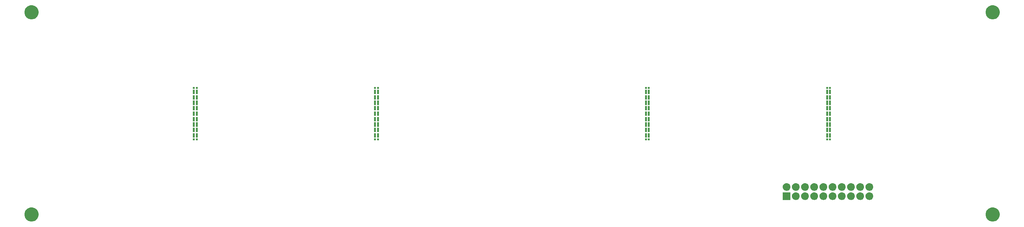
<source format=gbr>
%TF.GenerationSoftware,KiCad,Pcbnew,5.0.2-bee76a0~70~ubuntu18.04.1*%
%TF.CreationDate,2020-06-09T17:58:42+02:00*%
%TF.ProjectId,DemoNixie,44656d6f-4e69-4786-9965-2e6b69636164,rev?*%
%TF.SameCoordinates,Original*%
%TF.FileFunction,Soldermask,Bot*%
%TF.FilePolarity,Negative*%
%FSLAX46Y46*%
G04 Gerber Fmt 4.6, Leading zero omitted, Abs format (unit mm)*
G04 Created by KiCad (PCBNEW 5.0.2-bee76a0~70~ubuntu18.04.1) date mar. 09 juin 2020 17:58:42 CEST*
%MOMM*%
%LPD*%
G01*
G04 APERTURE LIST*
%ADD10C,0.020000*%
G04 APERTURE END LIST*
D10*
G36*
X370650883Y-137175975D02*
X370650885Y-137175976D01*
X370650886Y-137175976D01*
X371005945Y-137323046D01*
X371005946Y-137323047D01*
X371325493Y-137536561D01*
X371597239Y-137808307D01*
X371597241Y-137808310D01*
X371810754Y-138127855D01*
X371957824Y-138482914D01*
X372032800Y-138859843D01*
X372032800Y-139244157D01*
X371957824Y-139621086D01*
X371810754Y-139976145D01*
X371810753Y-139976146D01*
X371597239Y-140295693D01*
X371325493Y-140567439D01*
X371325490Y-140567441D01*
X371005945Y-140780954D01*
X370650886Y-140928024D01*
X370650885Y-140928024D01*
X370650883Y-140928025D01*
X370273958Y-141003000D01*
X369889642Y-141003000D01*
X369512717Y-140928025D01*
X369512715Y-140928024D01*
X369512714Y-140928024D01*
X369157655Y-140780954D01*
X368838110Y-140567441D01*
X368838107Y-140567439D01*
X368566361Y-140295693D01*
X368352847Y-139976146D01*
X368352846Y-139976145D01*
X368205776Y-139621086D01*
X368130800Y-139244157D01*
X368130800Y-138859843D01*
X368205776Y-138482914D01*
X368352846Y-138127855D01*
X368566359Y-137808310D01*
X368566361Y-137808307D01*
X368838107Y-137536561D01*
X369157654Y-137323047D01*
X369157655Y-137323046D01*
X369512714Y-137175976D01*
X369512715Y-137175976D01*
X369512717Y-137175975D01*
X369889642Y-137101000D01*
X370273958Y-137101000D01*
X370650883Y-137175975D01*
X370650883Y-137175975D01*
G37*
G36*
X105220883Y-137175975D02*
X105220885Y-137175976D01*
X105220886Y-137175976D01*
X105575945Y-137323046D01*
X105575946Y-137323047D01*
X105895493Y-137536561D01*
X106167239Y-137808307D01*
X106167241Y-137808310D01*
X106380754Y-138127855D01*
X106527824Y-138482914D01*
X106602800Y-138859843D01*
X106602800Y-139244157D01*
X106527824Y-139621086D01*
X106380754Y-139976145D01*
X106380753Y-139976146D01*
X106167239Y-140295693D01*
X105895493Y-140567439D01*
X105895490Y-140567441D01*
X105575945Y-140780954D01*
X105220886Y-140928024D01*
X105220885Y-140928024D01*
X105220883Y-140928025D01*
X104843958Y-141003000D01*
X104459642Y-141003000D01*
X104082717Y-140928025D01*
X104082715Y-140928024D01*
X104082714Y-140928024D01*
X103727655Y-140780954D01*
X103408110Y-140567441D01*
X103408107Y-140567439D01*
X103136361Y-140295693D01*
X102922847Y-139976146D01*
X102922846Y-139976145D01*
X102775776Y-139621086D01*
X102700800Y-139244157D01*
X102700800Y-138859843D01*
X102775776Y-138482914D01*
X102922846Y-138127855D01*
X103136359Y-137808310D01*
X103136361Y-137808307D01*
X103408107Y-137536561D01*
X103727654Y-137323047D01*
X103727655Y-137323046D01*
X104082714Y-137175976D01*
X104082715Y-137175976D01*
X104082717Y-137175975D01*
X104459642Y-137101000D01*
X104843958Y-137101000D01*
X105220883Y-137175975D01*
X105220883Y-137175975D01*
G37*
G36*
X323428310Y-132924041D02*
X323551832Y-132936207D01*
X323749946Y-132996305D01*
X323932529Y-133093897D01*
X324092565Y-133225235D01*
X324223903Y-133385271D01*
X324321495Y-133567854D01*
X324381593Y-133765968D01*
X324401885Y-133972000D01*
X324381593Y-134178032D01*
X324321495Y-134376146D01*
X324223903Y-134558729D01*
X324092565Y-134718765D01*
X323932529Y-134850103D01*
X323749946Y-134947695D01*
X323551832Y-135007793D01*
X323428310Y-135019959D01*
X323397431Y-135023000D01*
X323294169Y-135023000D01*
X323263290Y-135019959D01*
X323139768Y-135007793D01*
X322941654Y-134947695D01*
X322759071Y-134850103D01*
X322599035Y-134718765D01*
X322467697Y-134558729D01*
X322370105Y-134376146D01*
X322310007Y-134178032D01*
X322289715Y-133972000D01*
X322310007Y-133765968D01*
X322370105Y-133567854D01*
X322467697Y-133385271D01*
X322599035Y-133225235D01*
X322759071Y-133093897D01*
X322941654Y-132996305D01*
X323139768Y-132936207D01*
X323263290Y-132924041D01*
X323294169Y-132921000D01*
X323397431Y-132921000D01*
X323428310Y-132924041D01*
X323428310Y-132924041D01*
G37*
G36*
X333588310Y-132924041D02*
X333711832Y-132936207D01*
X333909946Y-132996305D01*
X334092529Y-133093897D01*
X334252565Y-133225235D01*
X334383903Y-133385271D01*
X334481495Y-133567854D01*
X334541593Y-133765968D01*
X334561885Y-133972000D01*
X334541593Y-134178032D01*
X334481495Y-134376146D01*
X334383903Y-134558729D01*
X334252565Y-134718765D01*
X334092529Y-134850103D01*
X333909946Y-134947695D01*
X333711832Y-135007793D01*
X333588310Y-135019959D01*
X333557431Y-135023000D01*
X333454169Y-135023000D01*
X333423290Y-135019959D01*
X333299768Y-135007793D01*
X333101654Y-134947695D01*
X332919071Y-134850103D01*
X332759035Y-134718765D01*
X332627697Y-134558729D01*
X332530105Y-134376146D01*
X332470007Y-134178032D01*
X332449715Y-133972000D01*
X332470007Y-133765968D01*
X332530105Y-133567854D01*
X332627697Y-133385271D01*
X332759035Y-133225235D01*
X332919071Y-133093897D01*
X333101654Y-132996305D01*
X333299768Y-132936207D01*
X333423290Y-132924041D01*
X333454169Y-132921000D01*
X333557431Y-132921000D01*
X333588310Y-132924041D01*
X333588310Y-132924041D01*
G37*
G36*
X328508310Y-132924041D02*
X328631832Y-132936207D01*
X328829946Y-132996305D01*
X329012529Y-133093897D01*
X329172565Y-133225235D01*
X329303903Y-133385271D01*
X329401495Y-133567854D01*
X329461593Y-133765968D01*
X329481885Y-133972000D01*
X329461593Y-134178032D01*
X329401495Y-134376146D01*
X329303903Y-134558729D01*
X329172565Y-134718765D01*
X329012529Y-134850103D01*
X328829946Y-134947695D01*
X328631832Y-135007793D01*
X328508310Y-135019959D01*
X328477431Y-135023000D01*
X328374169Y-135023000D01*
X328343290Y-135019959D01*
X328219768Y-135007793D01*
X328021654Y-134947695D01*
X327839071Y-134850103D01*
X327679035Y-134718765D01*
X327547697Y-134558729D01*
X327450105Y-134376146D01*
X327390007Y-134178032D01*
X327369715Y-133972000D01*
X327390007Y-133765968D01*
X327450105Y-133567854D01*
X327547697Y-133385271D01*
X327679035Y-133225235D01*
X327839071Y-133093897D01*
X328021654Y-132996305D01*
X328219768Y-132936207D01*
X328343290Y-132924041D01*
X328374169Y-132921000D01*
X328477431Y-132921000D01*
X328508310Y-132924041D01*
X328508310Y-132924041D01*
G37*
G36*
X325968310Y-132924041D02*
X326091832Y-132936207D01*
X326289946Y-132996305D01*
X326472529Y-133093897D01*
X326632565Y-133225235D01*
X326763903Y-133385271D01*
X326861495Y-133567854D01*
X326921593Y-133765968D01*
X326941885Y-133972000D01*
X326921593Y-134178032D01*
X326861495Y-134376146D01*
X326763903Y-134558729D01*
X326632565Y-134718765D01*
X326472529Y-134850103D01*
X326289946Y-134947695D01*
X326091832Y-135007793D01*
X325968310Y-135019959D01*
X325937431Y-135023000D01*
X325834169Y-135023000D01*
X325803290Y-135019959D01*
X325679768Y-135007793D01*
X325481654Y-134947695D01*
X325299071Y-134850103D01*
X325139035Y-134718765D01*
X325007697Y-134558729D01*
X324910105Y-134376146D01*
X324850007Y-134178032D01*
X324829715Y-133972000D01*
X324850007Y-133765968D01*
X324910105Y-133567854D01*
X325007697Y-133385271D01*
X325139035Y-133225235D01*
X325299071Y-133093897D01*
X325481654Y-132996305D01*
X325679768Y-132936207D01*
X325803290Y-132924041D01*
X325834169Y-132921000D01*
X325937431Y-132921000D01*
X325968310Y-132924041D01*
X325968310Y-132924041D01*
G37*
G36*
X320888310Y-132924041D02*
X321011832Y-132936207D01*
X321209946Y-132996305D01*
X321392529Y-133093897D01*
X321552565Y-133225235D01*
X321683903Y-133385271D01*
X321781495Y-133567854D01*
X321841593Y-133765968D01*
X321861885Y-133972000D01*
X321841593Y-134178032D01*
X321781495Y-134376146D01*
X321683903Y-134558729D01*
X321552565Y-134718765D01*
X321392529Y-134850103D01*
X321209946Y-134947695D01*
X321011832Y-135007793D01*
X320888310Y-135019959D01*
X320857431Y-135023000D01*
X320754169Y-135023000D01*
X320723290Y-135019959D01*
X320599768Y-135007793D01*
X320401654Y-134947695D01*
X320219071Y-134850103D01*
X320059035Y-134718765D01*
X319927697Y-134558729D01*
X319830105Y-134376146D01*
X319770007Y-134178032D01*
X319749715Y-133972000D01*
X319770007Y-133765968D01*
X319830105Y-133567854D01*
X319927697Y-133385271D01*
X320059035Y-133225235D01*
X320219071Y-133093897D01*
X320401654Y-132996305D01*
X320599768Y-132936207D01*
X320723290Y-132924041D01*
X320754169Y-132921000D01*
X320857431Y-132921000D01*
X320888310Y-132924041D01*
X320888310Y-132924041D01*
G37*
G36*
X318348310Y-132924041D02*
X318471832Y-132936207D01*
X318669946Y-132996305D01*
X318852529Y-133093897D01*
X319012565Y-133225235D01*
X319143903Y-133385271D01*
X319241495Y-133567854D01*
X319301593Y-133765968D01*
X319321885Y-133972000D01*
X319301593Y-134178032D01*
X319241495Y-134376146D01*
X319143903Y-134558729D01*
X319012565Y-134718765D01*
X318852529Y-134850103D01*
X318669946Y-134947695D01*
X318471832Y-135007793D01*
X318348310Y-135019959D01*
X318317431Y-135023000D01*
X318214169Y-135023000D01*
X318183290Y-135019959D01*
X318059768Y-135007793D01*
X317861654Y-134947695D01*
X317679071Y-134850103D01*
X317519035Y-134718765D01*
X317387697Y-134558729D01*
X317290105Y-134376146D01*
X317230007Y-134178032D01*
X317209715Y-133972000D01*
X317230007Y-133765968D01*
X317290105Y-133567854D01*
X317387697Y-133385271D01*
X317519035Y-133225235D01*
X317679071Y-133093897D01*
X317861654Y-132996305D01*
X318059768Y-132936207D01*
X318183290Y-132924041D01*
X318214169Y-132921000D01*
X318317431Y-132921000D01*
X318348310Y-132924041D01*
X318348310Y-132924041D01*
G37*
G36*
X315808310Y-132924041D02*
X315931832Y-132936207D01*
X316129946Y-132996305D01*
X316312529Y-133093897D01*
X316472565Y-133225235D01*
X316603903Y-133385271D01*
X316701495Y-133567854D01*
X316761593Y-133765968D01*
X316781885Y-133972000D01*
X316761593Y-134178032D01*
X316701495Y-134376146D01*
X316603903Y-134558729D01*
X316472565Y-134718765D01*
X316312529Y-134850103D01*
X316129946Y-134947695D01*
X315931832Y-135007793D01*
X315808310Y-135019959D01*
X315777431Y-135023000D01*
X315674169Y-135023000D01*
X315643290Y-135019959D01*
X315519768Y-135007793D01*
X315321654Y-134947695D01*
X315139071Y-134850103D01*
X314979035Y-134718765D01*
X314847697Y-134558729D01*
X314750105Y-134376146D01*
X314690007Y-134178032D01*
X314669715Y-133972000D01*
X314690007Y-133765968D01*
X314750105Y-133567854D01*
X314847697Y-133385271D01*
X314979035Y-133225235D01*
X315139071Y-133093897D01*
X315321654Y-132996305D01*
X315519768Y-132936207D01*
X315643290Y-132924041D01*
X315674169Y-132921000D01*
X315777431Y-132921000D01*
X315808310Y-132924041D01*
X315808310Y-132924041D01*
G37*
G36*
X314236800Y-135023000D02*
X312134800Y-135023000D01*
X312134800Y-132921000D01*
X314236800Y-132921000D01*
X314236800Y-135023000D01*
X314236800Y-135023000D01*
G37*
G36*
X336128310Y-132924041D02*
X336251832Y-132936207D01*
X336449946Y-132996305D01*
X336632529Y-133093897D01*
X336792565Y-133225235D01*
X336923903Y-133385271D01*
X337021495Y-133567854D01*
X337081593Y-133765968D01*
X337101885Y-133972000D01*
X337081593Y-134178032D01*
X337021495Y-134376146D01*
X336923903Y-134558729D01*
X336792565Y-134718765D01*
X336632529Y-134850103D01*
X336449946Y-134947695D01*
X336251832Y-135007793D01*
X336128310Y-135019959D01*
X336097431Y-135023000D01*
X335994169Y-135023000D01*
X335963290Y-135019959D01*
X335839768Y-135007793D01*
X335641654Y-134947695D01*
X335459071Y-134850103D01*
X335299035Y-134718765D01*
X335167697Y-134558729D01*
X335070105Y-134376146D01*
X335010007Y-134178032D01*
X334989715Y-133972000D01*
X335010007Y-133765968D01*
X335070105Y-133567854D01*
X335167697Y-133385271D01*
X335299035Y-133225235D01*
X335459071Y-133093897D01*
X335641654Y-132996305D01*
X335839768Y-132936207D01*
X335963290Y-132924041D01*
X335994169Y-132921000D01*
X336097431Y-132921000D01*
X336128310Y-132924041D01*
X336128310Y-132924041D01*
G37*
G36*
X331048310Y-132924041D02*
X331171832Y-132936207D01*
X331369946Y-132996305D01*
X331552529Y-133093897D01*
X331712565Y-133225235D01*
X331843903Y-133385271D01*
X331941495Y-133567854D01*
X332001593Y-133765968D01*
X332021885Y-133972000D01*
X332001593Y-134178032D01*
X331941495Y-134376146D01*
X331843903Y-134558729D01*
X331712565Y-134718765D01*
X331552529Y-134850103D01*
X331369946Y-134947695D01*
X331171832Y-135007793D01*
X331048310Y-135019959D01*
X331017431Y-135023000D01*
X330914169Y-135023000D01*
X330883290Y-135019959D01*
X330759768Y-135007793D01*
X330561654Y-134947695D01*
X330379071Y-134850103D01*
X330219035Y-134718765D01*
X330087697Y-134558729D01*
X329990105Y-134376146D01*
X329930007Y-134178032D01*
X329909715Y-133972000D01*
X329930007Y-133765968D01*
X329990105Y-133567854D01*
X330087697Y-133385271D01*
X330219035Y-133225235D01*
X330379071Y-133093897D01*
X330561654Y-132996305D01*
X330759768Y-132936207D01*
X330883290Y-132924041D01*
X330914169Y-132921000D01*
X331017431Y-132921000D01*
X331048310Y-132924041D01*
X331048310Y-132924041D01*
G37*
G36*
X336128310Y-130384041D02*
X336251832Y-130396207D01*
X336449946Y-130456305D01*
X336632529Y-130553897D01*
X336792565Y-130685235D01*
X336923903Y-130845271D01*
X337021495Y-131027854D01*
X337081593Y-131225968D01*
X337101885Y-131432000D01*
X337081593Y-131638032D01*
X337021495Y-131836146D01*
X336923903Y-132018729D01*
X336792565Y-132178765D01*
X336632529Y-132310103D01*
X336449946Y-132407695D01*
X336251832Y-132467793D01*
X336128310Y-132479959D01*
X336097431Y-132483000D01*
X335994169Y-132483000D01*
X335963290Y-132479959D01*
X335839768Y-132467793D01*
X335641654Y-132407695D01*
X335459071Y-132310103D01*
X335299035Y-132178765D01*
X335167697Y-132018729D01*
X335070105Y-131836146D01*
X335010007Y-131638032D01*
X334989715Y-131432000D01*
X335010007Y-131225968D01*
X335070105Y-131027854D01*
X335167697Y-130845271D01*
X335299035Y-130685235D01*
X335459071Y-130553897D01*
X335641654Y-130456305D01*
X335839768Y-130396207D01*
X335963290Y-130384041D01*
X335994169Y-130381000D01*
X336097431Y-130381000D01*
X336128310Y-130384041D01*
X336128310Y-130384041D01*
G37*
G36*
X315808310Y-130384041D02*
X315931832Y-130396207D01*
X316129946Y-130456305D01*
X316312529Y-130553897D01*
X316472565Y-130685235D01*
X316603903Y-130845271D01*
X316701495Y-131027854D01*
X316761593Y-131225968D01*
X316781885Y-131432000D01*
X316761593Y-131638032D01*
X316701495Y-131836146D01*
X316603903Y-132018729D01*
X316472565Y-132178765D01*
X316312529Y-132310103D01*
X316129946Y-132407695D01*
X315931832Y-132467793D01*
X315808310Y-132479959D01*
X315777431Y-132483000D01*
X315674169Y-132483000D01*
X315643290Y-132479959D01*
X315519768Y-132467793D01*
X315321654Y-132407695D01*
X315139071Y-132310103D01*
X314979035Y-132178765D01*
X314847697Y-132018729D01*
X314750105Y-131836146D01*
X314690007Y-131638032D01*
X314669715Y-131432000D01*
X314690007Y-131225968D01*
X314750105Y-131027854D01*
X314847697Y-130845271D01*
X314979035Y-130685235D01*
X315139071Y-130553897D01*
X315321654Y-130456305D01*
X315519768Y-130396207D01*
X315643290Y-130384041D01*
X315674169Y-130381000D01*
X315777431Y-130381000D01*
X315808310Y-130384041D01*
X315808310Y-130384041D01*
G37*
G36*
X313268310Y-130384041D02*
X313391832Y-130396207D01*
X313589946Y-130456305D01*
X313772529Y-130553897D01*
X313932565Y-130685235D01*
X314063903Y-130845271D01*
X314161495Y-131027854D01*
X314221593Y-131225968D01*
X314241885Y-131432000D01*
X314221593Y-131638032D01*
X314161495Y-131836146D01*
X314063903Y-132018729D01*
X313932565Y-132178765D01*
X313772529Y-132310103D01*
X313589946Y-132407695D01*
X313391832Y-132467793D01*
X313268310Y-132479959D01*
X313237431Y-132483000D01*
X313134169Y-132483000D01*
X313103290Y-132479959D01*
X312979768Y-132467793D01*
X312781654Y-132407695D01*
X312599071Y-132310103D01*
X312439035Y-132178765D01*
X312307697Y-132018729D01*
X312210105Y-131836146D01*
X312150007Y-131638032D01*
X312129715Y-131432000D01*
X312150007Y-131225968D01*
X312210105Y-131027854D01*
X312307697Y-130845271D01*
X312439035Y-130685235D01*
X312599071Y-130553897D01*
X312781654Y-130456305D01*
X312979768Y-130396207D01*
X313103290Y-130384041D01*
X313134169Y-130381000D01*
X313237431Y-130381000D01*
X313268310Y-130384041D01*
X313268310Y-130384041D01*
G37*
G36*
X318348310Y-130384041D02*
X318471832Y-130396207D01*
X318669946Y-130456305D01*
X318852529Y-130553897D01*
X319012565Y-130685235D01*
X319143903Y-130845271D01*
X319241495Y-131027854D01*
X319301593Y-131225968D01*
X319321885Y-131432000D01*
X319301593Y-131638032D01*
X319241495Y-131836146D01*
X319143903Y-132018729D01*
X319012565Y-132178765D01*
X318852529Y-132310103D01*
X318669946Y-132407695D01*
X318471832Y-132467793D01*
X318348310Y-132479959D01*
X318317431Y-132483000D01*
X318214169Y-132483000D01*
X318183290Y-132479959D01*
X318059768Y-132467793D01*
X317861654Y-132407695D01*
X317679071Y-132310103D01*
X317519035Y-132178765D01*
X317387697Y-132018729D01*
X317290105Y-131836146D01*
X317230007Y-131638032D01*
X317209715Y-131432000D01*
X317230007Y-131225968D01*
X317290105Y-131027854D01*
X317387697Y-130845271D01*
X317519035Y-130685235D01*
X317679071Y-130553897D01*
X317861654Y-130456305D01*
X318059768Y-130396207D01*
X318183290Y-130384041D01*
X318214169Y-130381000D01*
X318317431Y-130381000D01*
X318348310Y-130384041D01*
X318348310Y-130384041D01*
G37*
G36*
X320888310Y-130384041D02*
X321011832Y-130396207D01*
X321209946Y-130456305D01*
X321392529Y-130553897D01*
X321552565Y-130685235D01*
X321683903Y-130845271D01*
X321781495Y-131027854D01*
X321841593Y-131225968D01*
X321861885Y-131432000D01*
X321841593Y-131638032D01*
X321781495Y-131836146D01*
X321683903Y-132018729D01*
X321552565Y-132178765D01*
X321392529Y-132310103D01*
X321209946Y-132407695D01*
X321011832Y-132467793D01*
X320888310Y-132479959D01*
X320857431Y-132483000D01*
X320754169Y-132483000D01*
X320723290Y-132479959D01*
X320599768Y-132467793D01*
X320401654Y-132407695D01*
X320219071Y-132310103D01*
X320059035Y-132178765D01*
X319927697Y-132018729D01*
X319830105Y-131836146D01*
X319770007Y-131638032D01*
X319749715Y-131432000D01*
X319770007Y-131225968D01*
X319830105Y-131027854D01*
X319927697Y-130845271D01*
X320059035Y-130685235D01*
X320219071Y-130553897D01*
X320401654Y-130456305D01*
X320599768Y-130396207D01*
X320723290Y-130384041D01*
X320754169Y-130381000D01*
X320857431Y-130381000D01*
X320888310Y-130384041D01*
X320888310Y-130384041D01*
G37*
G36*
X323428310Y-130384041D02*
X323551832Y-130396207D01*
X323749946Y-130456305D01*
X323932529Y-130553897D01*
X324092565Y-130685235D01*
X324223903Y-130845271D01*
X324321495Y-131027854D01*
X324381593Y-131225968D01*
X324401885Y-131432000D01*
X324381593Y-131638032D01*
X324321495Y-131836146D01*
X324223903Y-132018729D01*
X324092565Y-132178765D01*
X323932529Y-132310103D01*
X323749946Y-132407695D01*
X323551832Y-132467793D01*
X323428310Y-132479959D01*
X323397431Y-132483000D01*
X323294169Y-132483000D01*
X323263290Y-132479959D01*
X323139768Y-132467793D01*
X322941654Y-132407695D01*
X322759071Y-132310103D01*
X322599035Y-132178765D01*
X322467697Y-132018729D01*
X322370105Y-131836146D01*
X322310007Y-131638032D01*
X322289715Y-131432000D01*
X322310007Y-131225968D01*
X322370105Y-131027854D01*
X322467697Y-130845271D01*
X322599035Y-130685235D01*
X322759071Y-130553897D01*
X322941654Y-130456305D01*
X323139768Y-130396207D01*
X323263290Y-130384041D01*
X323294169Y-130381000D01*
X323397431Y-130381000D01*
X323428310Y-130384041D01*
X323428310Y-130384041D01*
G37*
G36*
X331048310Y-130384041D02*
X331171832Y-130396207D01*
X331369946Y-130456305D01*
X331552529Y-130553897D01*
X331712565Y-130685235D01*
X331843903Y-130845271D01*
X331941495Y-131027854D01*
X332001593Y-131225968D01*
X332021885Y-131432000D01*
X332001593Y-131638032D01*
X331941495Y-131836146D01*
X331843903Y-132018729D01*
X331712565Y-132178765D01*
X331552529Y-132310103D01*
X331369946Y-132407695D01*
X331171832Y-132467793D01*
X331048310Y-132479959D01*
X331017431Y-132483000D01*
X330914169Y-132483000D01*
X330883290Y-132479959D01*
X330759768Y-132467793D01*
X330561654Y-132407695D01*
X330379071Y-132310103D01*
X330219035Y-132178765D01*
X330087697Y-132018729D01*
X329990105Y-131836146D01*
X329930007Y-131638032D01*
X329909715Y-131432000D01*
X329930007Y-131225968D01*
X329990105Y-131027854D01*
X330087697Y-130845271D01*
X330219035Y-130685235D01*
X330379071Y-130553897D01*
X330561654Y-130456305D01*
X330759768Y-130396207D01*
X330883290Y-130384041D01*
X330914169Y-130381000D01*
X331017431Y-130381000D01*
X331048310Y-130384041D01*
X331048310Y-130384041D01*
G37*
G36*
X333588310Y-130384041D02*
X333711832Y-130396207D01*
X333909946Y-130456305D01*
X334092529Y-130553897D01*
X334252565Y-130685235D01*
X334383903Y-130845271D01*
X334481495Y-131027854D01*
X334541593Y-131225968D01*
X334561885Y-131432000D01*
X334541593Y-131638032D01*
X334481495Y-131836146D01*
X334383903Y-132018729D01*
X334252565Y-132178765D01*
X334092529Y-132310103D01*
X333909946Y-132407695D01*
X333711832Y-132467793D01*
X333588310Y-132479959D01*
X333557431Y-132483000D01*
X333454169Y-132483000D01*
X333423290Y-132479959D01*
X333299768Y-132467793D01*
X333101654Y-132407695D01*
X332919071Y-132310103D01*
X332759035Y-132178765D01*
X332627697Y-132018729D01*
X332530105Y-131836146D01*
X332470007Y-131638032D01*
X332449715Y-131432000D01*
X332470007Y-131225968D01*
X332530105Y-131027854D01*
X332627697Y-130845271D01*
X332759035Y-130685235D01*
X332919071Y-130553897D01*
X333101654Y-130456305D01*
X333299768Y-130396207D01*
X333423290Y-130384041D01*
X333454169Y-130381000D01*
X333557431Y-130381000D01*
X333588310Y-130384041D01*
X333588310Y-130384041D01*
G37*
G36*
X328508310Y-130384041D02*
X328631832Y-130396207D01*
X328829946Y-130456305D01*
X329012529Y-130553897D01*
X329172565Y-130685235D01*
X329303903Y-130845271D01*
X329401495Y-131027854D01*
X329461593Y-131225968D01*
X329481885Y-131432000D01*
X329461593Y-131638032D01*
X329401495Y-131836146D01*
X329303903Y-132018729D01*
X329172565Y-132178765D01*
X329012529Y-132310103D01*
X328829946Y-132407695D01*
X328631832Y-132467793D01*
X328508310Y-132479959D01*
X328477431Y-132483000D01*
X328374169Y-132483000D01*
X328343290Y-132479959D01*
X328219768Y-132467793D01*
X328021654Y-132407695D01*
X327839071Y-132310103D01*
X327679035Y-132178765D01*
X327547697Y-132018729D01*
X327450105Y-131836146D01*
X327390007Y-131638032D01*
X327369715Y-131432000D01*
X327390007Y-131225968D01*
X327450105Y-131027854D01*
X327547697Y-130845271D01*
X327679035Y-130685235D01*
X327839071Y-130553897D01*
X328021654Y-130456305D01*
X328219768Y-130396207D01*
X328343290Y-130384041D01*
X328374169Y-130381000D01*
X328477431Y-130381000D01*
X328508310Y-130384041D01*
X328508310Y-130384041D01*
G37*
G36*
X325968310Y-130384041D02*
X326091832Y-130396207D01*
X326289946Y-130456305D01*
X326472529Y-130553897D01*
X326632565Y-130685235D01*
X326763903Y-130845271D01*
X326861495Y-131027854D01*
X326921593Y-131225968D01*
X326941885Y-131432000D01*
X326921593Y-131638032D01*
X326861495Y-131836146D01*
X326763903Y-132018729D01*
X326632565Y-132178765D01*
X326472529Y-132310103D01*
X326289946Y-132407695D01*
X326091832Y-132467793D01*
X325968310Y-132479959D01*
X325937431Y-132483000D01*
X325834169Y-132483000D01*
X325803290Y-132479959D01*
X325679768Y-132467793D01*
X325481654Y-132407695D01*
X325299071Y-132310103D01*
X325139035Y-132178765D01*
X325007697Y-132018729D01*
X324910105Y-131836146D01*
X324850007Y-131638032D01*
X324829715Y-131432000D01*
X324850007Y-131225968D01*
X324910105Y-131027854D01*
X325007697Y-130845271D01*
X325139035Y-130685235D01*
X325299071Y-130553897D01*
X325481654Y-130456305D01*
X325679768Y-130396207D01*
X325803290Y-130384041D01*
X325834169Y-130381000D01*
X325937431Y-130381000D01*
X325968310Y-130384041D01*
X325968310Y-130384041D01*
G37*
G36*
X149733800Y-118583000D02*
X149231800Y-118583000D01*
X149231800Y-118081000D01*
X149733800Y-118081000D01*
X149733800Y-118583000D01*
X149733800Y-118583000D01*
G37*
G36*
X150533800Y-118583000D02*
X150031800Y-118583000D01*
X150031800Y-118081000D01*
X150533800Y-118081000D01*
X150533800Y-118583000D01*
X150533800Y-118583000D01*
G37*
G36*
X200571800Y-118583000D02*
X200069800Y-118583000D01*
X200069800Y-118081000D01*
X200571800Y-118081000D01*
X200571800Y-118583000D01*
X200571800Y-118583000D01*
G37*
G36*
X199771800Y-118583000D02*
X199269800Y-118583000D01*
X199269800Y-118081000D01*
X199771800Y-118081000D01*
X199771800Y-118583000D01*
X199771800Y-118583000D01*
G37*
G36*
X325412800Y-118583000D02*
X324910800Y-118583000D01*
X324910800Y-118081000D01*
X325412800Y-118081000D01*
X325412800Y-118583000D01*
X325412800Y-118583000D01*
G37*
G36*
X324612800Y-118583000D02*
X324110800Y-118583000D01*
X324110800Y-118081000D01*
X324612800Y-118081000D01*
X324612800Y-118583000D01*
X324612800Y-118583000D01*
G37*
G36*
X274574800Y-118583000D02*
X274072800Y-118583000D01*
X274072800Y-118081000D01*
X274574800Y-118081000D01*
X274574800Y-118583000D01*
X274574800Y-118583000D01*
G37*
G36*
X275374800Y-118583000D02*
X274872800Y-118583000D01*
X274872800Y-118081000D01*
X275374800Y-118081000D01*
X275374800Y-118583000D01*
X275374800Y-118583000D01*
G37*
G36*
X199771800Y-117783000D02*
X199269800Y-117783000D01*
X199269800Y-116581000D01*
X199771800Y-116581000D01*
X199771800Y-117783000D01*
X199771800Y-117783000D01*
G37*
G36*
X150533800Y-117783000D02*
X150031800Y-117783000D01*
X150031800Y-116581000D01*
X150533800Y-116581000D01*
X150533800Y-117783000D01*
X150533800Y-117783000D01*
G37*
G36*
X200571800Y-117783000D02*
X200069800Y-117783000D01*
X200069800Y-116581000D01*
X200571800Y-116581000D01*
X200571800Y-117783000D01*
X200571800Y-117783000D01*
G37*
G36*
X275374800Y-117783000D02*
X274872800Y-117783000D01*
X274872800Y-116581000D01*
X275374800Y-116581000D01*
X275374800Y-117783000D01*
X275374800Y-117783000D01*
G37*
G36*
X149733800Y-117783000D02*
X149231800Y-117783000D01*
X149231800Y-116581000D01*
X149733800Y-116581000D01*
X149733800Y-117783000D01*
X149733800Y-117783000D01*
G37*
G36*
X274574800Y-117783000D02*
X274072800Y-117783000D01*
X274072800Y-116581000D01*
X274574800Y-116581000D01*
X274574800Y-117783000D01*
X274574800Y-117783000D01*
G37*
G36*
X324612800Y-117783000D02*
X324110800Y-117783000D01*
X324110800Y-116581000D01*
X324612800Y-116581000D01*
X324612800Y-117783000D01*
X324612800Y-117783000D01*
G37*
G36*
X325412800Y-117783000D02*
X324910800Y-117783000D01*
X324910800Y-116581000D01*
X325412800Y-116581000D01*
X325412800Y-117783000D01*
X325412800Y-117783000D01*
G37*
G36*
X149733800Y-116283000D02*
X149231800Y-116283000D01*
X149231800Y-115081000D01*
X149733800Y-115081000D01*
X149733800Y-116283000D01*
X149733800Y-116283000D01*
G37*
G36*
X200571800Y-116283000D02*
X200069800Y-116283000D01*
X200069800Y-115081000D01*
X200571800Y-115081000D01*
X200571800Y-116283000D01*
X200571800Y-116283000D01*
G37*
G36*
X199771800Y-116283000D02*
X199269800Y-116283000D01*
X199269800Y-115081000D01*
X199771800Y-115081000D01*
X199771800Y-116283000D01*
X199771800Y-116283000D01*
G37*
G36*
X324612800Y-116283000D02*
X324110800Y-116283000D01*
X324110800Y-115081000D01*
X324612800Y-115081000D01*
X324612800Y-116283000D01*
X324612800Y-116283000D01*
G37*
G36*
X150533800Y-116283000D02*
X150031800Y-116283000D01*
X150031800Y-115081000D01*
X150533800Y-115081000D01*
X150533800Y-116283000D01*
X150533800Y-116283000D01*
G37*
G36*
X325412800Y-116283000D02*
X324910800Y-116283000D01*
X324910800Y-115081000D01*
X325412800Y-115081000D01*
X325412800Y-116283000D01*
X325412800Y-116283000D01*
G37*
G36*
X274574800Y-116283000D02*
X274072800Y-116283000D01*
X274072800Y-115081000D01*
X274574800Y-115081000D01*
X274574800Y-116283000D01*
X274574800Y-116283000D01*
G37*
G36*
X275374800Y-116283000D02*
X274872800Y-116283000D01*
X274872800Y-115081000D01*
X275374800Y-115081000D01*
X275374800Y-116283000D01*
X275374800Y-116283000D01*
G37*
G36*
X325412800Y-114783000D02*
X324910800Y-114783000D01*
X324910800Y-113581000D01*
X325412800Y-113581000D01*
X325412800Y-114783000D01*
X325412800Y-114783000D01*
G37*
G36*
X324612800Y-114783000D02*
X324110800Y-114783000D01*
X324110800Y-113581000D01*
X324612800Y-113581000D01*
X324612800Y-114783000D01*
X324612800Y-114783000D01*
G37*
G36*
X200571800Y-114783000D02*
X200069800Y-114783000D01*
X200069800Y-113581000D01*
X200571800Y-113581000D01*
X200571800Y-114783000D01*
X200571800Y-114783000D01*
G37*
G36*
X199771800Y-114783000D02*
X199269800Y-114783000D01*
X199269800Y-113581000D01*
X199771800Y-113581000D01*
X199771800Y-114783000D01*
X199771800Y-114783000D01*
G37*
G36*
X150533800Y-114783000D02*
X150031800Y-114783000D01*
X150031800Y-113581000D01*
X150533800Y-113581000D01*
X150533800Y-114783000D01*
X150533800Y-114783000D01*
G37*
G36*
X149733800Y-114783000D02*
X149231800Y-114783000D01*
X149231800Y-113581000D01*
X149733800Y-113581000D01*
X149733800Y-114783000D01*
X149733800Y-114783000D01*
G37*
G36*
X274574800Y-114783000D02*
X274072800Y-114783000D01*
X274072800Y-113581000D01*
X274574800Y-113581000D01*
X274574800Y-114783000D01*
X274574800Y-114783000D01*
G37*
G36*
X275374800Y-114783000D02*
X274872800Y-114783000D01*
X274872800Y-113581000D01*
X275374800Y-113581000D01*
X275374800Y-114783000D01*
X275374800Y-114783000D01*
G37*
G36*
X325412800Y-113283000D02*
X324910800Y-113283000D01*
X324910800Y-112081000D01*
X325412800Y-112081000D01*
X325412800Y-113283000D01*
X325412800Y-113283000D01*
G37*
G36*
X150533800Y-113283000D02*
X150031800Y-113283000D01*
X150031800Y-112081000D01*
X150533800Y-112081000D01*
X150533800Y-113283000D01*
X150533800Y-113283000D01*
G37*
G36*
X324612800Y-113283000D02*
X324110800Y-113283000D01*
X324110800Y-112081000D01*
X324612800Y-112081000D01*
X324612800Y-113283000D01*
X324612800Y-113283000D01*
G37*
G36*
X274574800Y-113283000D02*
X274072800Y-113283000D01*
X274072800Y-112081000D01*
X274574800Y-112081000D01*
X274574800Y-113283000D01*
X274574800Y-113283000D01*
G37*
G36*
X275374800Y-113283000D02*
X274872800Y-113283000D01*
X274872800Y-112081000D01*
X275374800Y-112081000D01*
X275374800Y-113283000D01*
X275374800Y-113283000D01*
G37*
G36*
X199771800Y-113283000D02*
X199269800Y-113283000D01*
X199269800Y-112081000D01*
X199771800Y-112081000D01*
X199771800Y-113283000D01*
X199771800Y-113283000D01*
G37*
G36*
X149733800Y-113283000D02*
X149231800Y-113283000D01*
X149231800Y-112081000D01*
X149733800Y-112081000D01*
X149733800Y-113283000D01*
X149733800Y-113283000D01*
G37*
G36*
X200571800Y-113283000D02*
X200069800Y-113283000D01*
X200069800Y-112081000D01*
X200571800Y-112081000D01*
X200571800Y-113283000D01*
X200571800Y-113283000D01*
G37*
G36*
X324612800Y-111783000D02*
X324110800Y-111783000D01*
X324110800Y-110581000D01*
X324612800Y-110581000D01*
X324612800Y-111783000D01*
X324612800Y-111783000D01*
G37*
G36*
X149733800Y-111783000D02*
X149231800Y-111783000D01*
X149231800Y-110581000D01*
X149733800Y-110581000D01*
X149733800Y-111783000D01*
X149733800Y-111783000D01*
G37*
G36*
X200571800Y-111783000D02*
X200069800Y-111783000D01*
X200069800Y-110581000D01*
X200571800Y-110581000D01*
X200571800Y-111783000D01*
X200571800Y-111783000D01*
G37*
G36*
X199771800Y-111783000D02*
X199269800Y-111783000D01*
X199269800Y-110581000D01*
X199771800Y-110581000D01*
X199771800Y-111783000D01*
X199771800Y-111783000D01*
G37*
G36*
X325412800Y-111783000D02*
X324910800Y-111783000D01*
X324910800Y-110581000D01*
X325412800Y-110581000D01*
X325412800Y-111783000D01*
X325412800Y-111783000D01*
G37*
G36*
X150533800Y-111783000D02*
X150031800Y-111783000D01*
X150031800Y-110581000D01*
X150533800Y-110581000D01*
X150533800Y-111783000D01*
X150533800Y-111783000D01*
G37*
G36*
X275374800Y-111783000D02*
X274872800Y-111783000D01*
X274872800Y-110581000D01*
X275374800Y-110581000D01*
X275374800Y-111783000D01*
X275374800Y-111783000D01*
G37*
G36*
X274574800Y-111783000D02*
X274072800Y-111783000D01*
X274072800Y-110581000D01*
X274574800Y-110581000D01*
X274574800Y-111783000D01*
X274574800Y-111783000D01*
G37*
G36*
X325412800Y-110283000D02*
X324910800Y-110283000D01*
X324910800Y-109081000D01*
X325412800Y-109081000D01*
X325412800Y-110283000D01*
X325412800Y-110283000D01*
G37*
G36*
X150533800Y-110283000D02*
X150031800Y-110283000D01*
X150031800Y-109081000D01*
X150533800Y-109081000D01*
X150533800Y-110283000D01*
X150533800Y-110283000D01*
G37*
G36*
X199771800Y-110283000D02*
X199269800Y-110283000D01*
X199269800Y-109081000D01*
X199771800Y-109081000D01*
X199771800Y-110283000D01*
X199771800Y-110283000D01*
G37*
G36*
X275374800Y-110283000D02*
X274872800Y-110283000D01*
X274872800Y-109081000D01*
X275374800Y-109081000D01*
X275374800Y-110283000D01*
X275374800Y-110283000D01*
G37*
G36*
X200571800Y-110283000D02*
X200069800Y-110283000D01*
X200069800Y-109081000D01*
X200571800Y-109081000D01*
X200571800Y-110283000D01*
X200571800Y-110283000D01*
G37*
G36*
X324612800Y-110283000D02*
X324110800Y-110283000D01*
X324110800Y-109081000D01*
X324612800Y-109081000D01*
X324612800Y-110283000D01*
X324612800Y-110283000D01*
G37*
G36*
X274574800Y-110283000D02*
X274072800Y-110283000D01*
X274072800Y-109081000D01*
X274574800Y-109081000D01*
X274574800Y-110283000D01*
X274574800Y-110283000D01*
G37*
G36*
X149733800Y-110283000D02*
X149231800Y-110283000D01*
X149231800Y-109081000D01*
X149733800Y-109081000D01*
X149733800Y-110283000D01*
X149733800Y-110283000D01*
G37*
G36*
X149733800Y-108783000D02*
X149231800Y-108783000D01*
X149231800Y-107581000D01*
X149733800Y-107581000D01*
X149733800Y-108783000D01*
X149733800Y-108783000D01*
G37*
G36*
X150533800Y-108783000D02*
X150031800Y-108783000D01*
X150031800Y-107581000D01*
X150533800Y-107581000D01*
X150533800Y-108783000D01*
X150533800Y-108783000D01*
G37*
G36*
X200571800Y-108783000D02*
X200069800Y-108783000D01*
X200069800Y-107581000D01*
X200571800Y-107581000D01*
X200571800Y-108783000D01*
X200571800Y-108783000D01*
G37*
G36*
X274574800Y-108783000D02*
X274072800Y-108783000D01*
X274072800Y-107581000D01*
X274574800Y-107581000D01*
X274574800Y-108783000D01*
X274574800Y-108783000D01*
G37*
G36*
X325412800Y-108783000D02*
X324910800Y-108783000D01*
X324910800Y-107581000D01*
X325412800Y-107581000D01*
X325412800Y-108783000D01*
X325412800Y-108783000D01*
G37*
G36*
X199771800Y-108783000D02*
X199269800Y-108783000D01*
X199269800Y-107581000D01*
X199771800Y-107581000D01*
X199771800Y-108783000D01*
X199771800Y-108783000D01*
G37*
G36*
X275374800Y-108783000D02*
X274872800Y-108783000D01*
X274872800Y-107581000D01*
X275374800Y-107581000D01*
X275374800Y-108783000D01*
X275374800Y-108783000D01*
G37*
G36*
X324612800Y-108783000D02*
X324110800Y-108783000D01*
X324110800Y-107581000D01*
X324612800Y-107581000D01*
X324612800Y-108783000D01*
X324612800Y-108783000D01*
G37*
G36*
X324612800Y-107283000D02*
X324110800Y-107283000D01*
X324110800Y-106081000D01*
X324612800Y-106081000D01*
X324612800Y-107283000D01*
X324612800Y-107283000D01*
G37*
G36*
X199771800Y-107283000D02*
X199269800Y-107283000D01*
X199269800Y-106081000D01*
X199771800Y-106081000D01*
X199771800Y-107283000D01*
X199771800Y-107283000D01*
G37*
G36*
X325412800Y-107283000D02*
X324910800Y-107283000D01*
X324910800Y-106081000D01*
X325412800Y-106081000D01*
X325412800Y-107283000D01*
X325412800Y-107283000D01*
G37*
G36*
X149733800Y-107283000D02*
X149231800Y-107283000D01*
X149231800Y-106081000D01*
X149733800Y-106081000D01*
X149733800Y-107283000D01*
X149733800Y-107283000D01*
G37*
G36*
X275374800Y-107283000D02*
X274872800Y-107283000D01*
X274872800Y-106081000D01*
X275374800Y-106081000D01*
X275374800Y-107283000D01*
X275374800Y-107283000D01*
G37*
G36*
X274574800Y-107283000D02*
X274072800Y-107283000D01*
X274072800Y-106081000D01*
X274574800Y-106081000D01*
X274574800Y-107283000D01*
X274574800Y-107283000D01*
G37*
G36*
X200571800Y-107283000D02*
X200069800Y-107283000D01*
X200069800Y-106081000D01*
X200571800Y-106081000D01*
X200571800Y-107283000D01*
X200571800Y-107283000D01*
G37*
G36*
X150533800Y-107283000D02*
X150031800Y-107283000D01*
X150031800Y-106081000D01*
X150533800Y-106081000D01*
X150533800Y-107283000D01*
X150533800Y-107283000D01*
G37*
G36*
X324612800Y-105783000D02*
X324110800Y-105783000D01*
X324110800Y-104581000D01*
X324612800Y-104581000D01*
X324612800Y-105783000D01*
X324612800Y-105783000D01*
G37*
G36*
X274574800Y-105783000D02*
X274072800Y-105783000D01*
X274072800Y-104581000D01*
X274574800Y-104581000D01*
X274574800Y-105783000D01*
X274574800Y-105783000D01*
G37*
G36*
X149733800Y-105783000D02*
X149231800Y-105783000D01*
X149231800Y-104581000D01*
X149733800Y-104581000D01*
X149733800Y-105783000D01*
X149733800Y-105783000D01*
G37*
G36*
X275374800Y-105783000D02*
X274872800Y-105783000D01*
X274872800Y-104581000D01*
X275374800Y-104581000D01*
X275374800Y-105783000D01*
X275374800Y-105783000D01*
G37*
G36*
X199771800Y-105783000D02*
X199269800Y-105783000D01*
X199269800Y-104581000D01*
X199771800Y-104581000D01*
X199771800Y-105783000D01*
X199771800Y-105783000D01*
G37*
G36*
X150533800Y-105783000D02*
X150031800Y-105783000D01*
X150031800Y-104581000D01*
X150533800Y-104581000D01*
X150533800Y-105783000D01*
X150533800Y-105783000D01*
G37*
G36*
X200571800Y-105783000D02*
X200069800Y-105783000D01*
X200069800Y-104581000D01*
X200571800Y-104581000D01*
X200571800Y-105783000D01*
X200571800Y-105783000D01*
G37*
G36*
X325412800Y-105783000D02*
X324910800Y-105783000D01*
X324910800Y-104581000D01*
X325412800Y-104581000D01*
X325412800Y-105783000D01*
X325412800Y-105783000D01*
G37*
G36*
X274574800Y-104283000D02*
X274072800Y-104283000D01*
X274072800Y-103781000D01*
X274574800Y-103781000D01*
X274574800Y-104283000D01*
X274574800Y-104283000D01*
G37*
G36*
X275374800Y-104283000D02*
X274872800Y-104283000D01*
X274872800Y-103781000D01*
X275374800Y-103781000D01*
X275374800Y-104283000D01*
X275374800Y-104283000D01*
G37*
G36*
X199771800Y-104283000D02*
X199269800Y-104283000D01*
X199269800Y-103781000D01*
X199771800Y-103781000D01*
X199771800Y-104283000D01*
X199771800Y-104283000D01*
G37*
G36*
X149733800Y-104283000D02*
X149231800Y-104283000D01*
X149231800Y-103781000D01*
X149733800Y-103781000D01*
X149733800Y-104283000D01*
X149733800Y-104283000D01*
G37*
G36*
X150533800Y-104283000D02*
X150031800Y-104283000D01*
X150031800Y-103781000D01*
X150533800Y-103781000D01*
X150533800Y-104283000D01*
X150533800Y-104283000D01*
G37*
G36*
X200571800Y-104283000D02*
X200069800Y-104283000D01*
X200069800Y-103781000D01*
X200571800Y-103781000D01*
X200571800Y-104283000D01*
X200571800Y-104283000D01*
G37*
G36*
X324612800Y-104283000D02*
X324110800Y-104283000D01*
X324110800Y-103781000D01*
X324612800Y-103781000D01*
X324612800Y-104283000D01*
X324612800Y-104283000D01*
G37*
G36*
X325412800Y-104283000D02*
X324910800Y-104283000D01*
X324910800Y-103781000D01*
X325412800Y-103781000D01*
X325412800Y-104283000D01*
X325412800Y-104283000D01*
G37*
G36*
X105220883Y-81295975D02*
X105220885Y-81295976D01*
X105220886Y-81295976D01*
X105575945Y-81443046D01*
X105575946Y-81443047D01*
X105895493Y-81656561D01*
X106167239Y-81928307D01*
X106167241Y-81928310D01*
X106380754Y-82247855D01*
X106527824Y-82602914D01*
X106602800Y-82979843D01*
X106602800Y-83364157D01*
X106527824Y-83741086D01*
X106380754Y-84096145D01*
X106380753Y-84096146D01*
X106167239Y-84415693D01*
X105895493Y-84687439D01*
X105895490Y-84687441D01*
X105575945Y-84900954D01*
X105220886Y-85048024D01*
X105220885Y-85048024D01*
X105220883Y-85048025D01*
X104843958Y-85123000D01*
X104459642Y-85123000D01*
X104082717Y-85048025D01*
X104082715Y-85048024D01*
X104082714Y-85048024D01*
X103727655Y-84900954D01*
X103408110Y-84687441D01*
X103408107Y-84687439D01*
X103136361Y-84415693D01*
X102922847Y-84096146D01*
X102922846Y-84096145D01*
X102775776Y-83741086D01*
X102700800Y-83364157D01*
X102700800Y-82979843D01*
X102775776Y-82602914D01*
X102922846Y-82247855D01*
X103136359Y-81928310D01*
X103136361Y-81928307D01*
X103408107Y-81656561D01*
X103727654Y-81443047D01*
X103727655Y-81443046D01*
X104082714Y-81295976D01*
X104082715Y-81295976D01*
X104082717Y-81295975D01*
X104459642Y-81221000D01*
X104843958Y-81221000D01*
X105220883Y-81295975D01*
X105220883Y-81295975D01*
G37*
G36*
X370650883Y-81295975D02*
X370650885Y-81295976D01*
X370650886Y-81295976D01*
X371005945Y-81443046D01*
X371005946Y-81443047D01*
X371325493Y-81656561D01*
X371597239Y-81928307D01*
X371597241Y-81928310D01*
X371810754Y-82247855D01*
X371957824Y-82602914D01*
X372032800Y-82979843D01*
X372032800Y-83364157D01*
X371957824Y-83741086D01*
X371810754Y-84096145D01*
X371810753Y-84096146D01*
X371597239Y-84415693D01*
X371325493Y-84687439D01*
X371325490Y-84687441D01*
X371005945Y-84900954D01*
X370650886Y-85048024D01*
X370650885Y-85048024D01*
X370650883Y-85048025D01*
X370273958Y-85123000D01*
X369889642Y-85123000D01*
X369512717Y-85048025D01*
X369512715Y-85048024D01*
X369512714Y-85048024D01*
X369157655Y-84900954D01*
X368838110Y-84687441D01*
X368838107Y-84687439D01*
X368566361Y-84415693D01*
X368352847Y-84096146D01*
X368352846Y-84096145D01*
X368205776Y-83741086D01*
X368130800Y-83364157D01*
X368130800Y-82979843D01*
X368205776Y-82602914D01*
X368352846Y-82247855D01*
X368566359Y-81928310D01*
X368566361Y-81928307D01*
X368838107Y-81656561D01*
X369157654Y-81443047D01*
X369157655Y-81443046D01*
X369512714Y-81295976D01*
X369512715Y-81295976D01*
X369512717Y-81295975D01*
X369889642Y-81221000D01*
X370273958Y-81221000D01*
X370650883Y-81295975D01*
X370650883Y-81295975D01*
G37*
M02*

</source>
